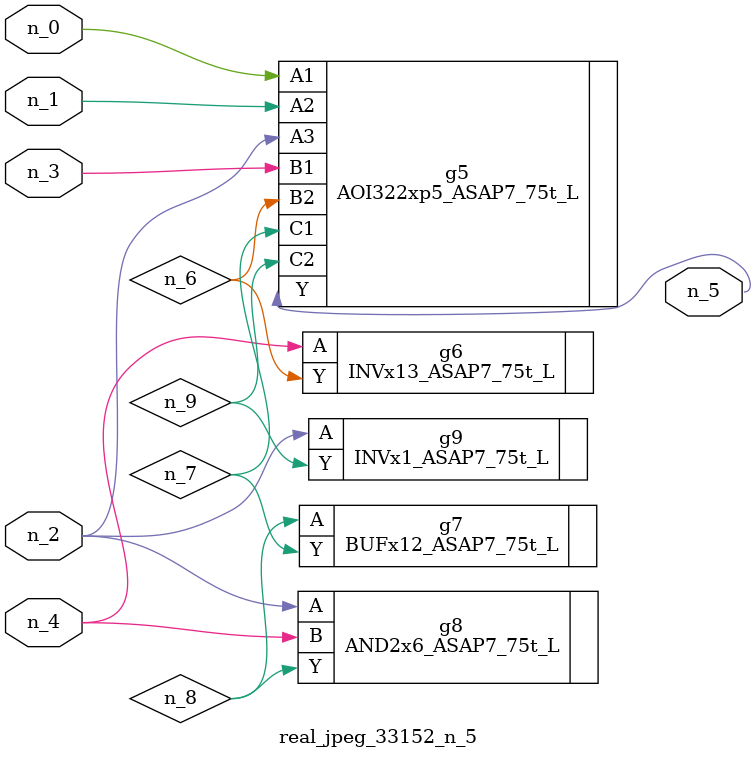
<source format=v>
module real_jpeg_33152_n_5 (n_4, n_0, n_1, n_2, n_3, n_5);

input n_4;
input n_0;
input n_1;
input n_2;
input n_3;

output n_5;

wire n_8;
wire n_6;
wire n_7;
wire n_9;

AOI322xp5_ASAP7_75t_L g5 ( 
.A1(n_0),
.A2(n_1),
.A3(n_2),
.B1(n_3),
.B2(n_6),
.C1(n_7),
.C2(n_9),
.Y(n_5)
);

AND2x6_ASAP7_75t_L g8 ( 
.A(n_2),
.B(n_4),
.Y(n_8)
);

INVx1_ASAP7_75t_L g9 ( 
.A(n_2),
.Y(n_9)
);

INVx13_ASAP7_75t_L g6 ( 
.A(n_4),
.Y(n_6)
);

BUFx12_ASAP7_75t_L g7 ( 
.A(n_8),
.Y(n_7)
);


endmodule
</source>
